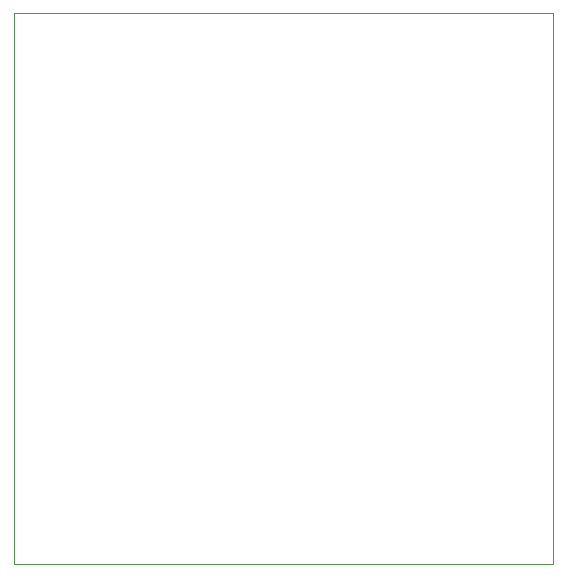
<source format=gbr>
G04 EAGLE Gerber X2 export*
G04 #@! %TF.Part,Single*
G04 #@! %TF.FileFunction,Profile,NP*
G04 #@! %TF.FilePolarity,Positive*
G04 #@! %TF.GenerationSoftware,Autodesk,EAGLE,9.0.0*
G04 #@! %TF.CreationDate,2019-08-08T19:05:01Z*
G75*
%MOMM*%
%FSLAX34Y34*%
%LPD*%
%AMOC8*
5,1,8,0,0,1.08239X$1,22.5*%
G01*
%ADD10C,0.000000*%


D10*
X-25400Y12700D02*
X431600Y12700D01*
X431600Y479300D01*
X-25400Y479300D01*
X-25400Y12700D01*
M02*

</source>
